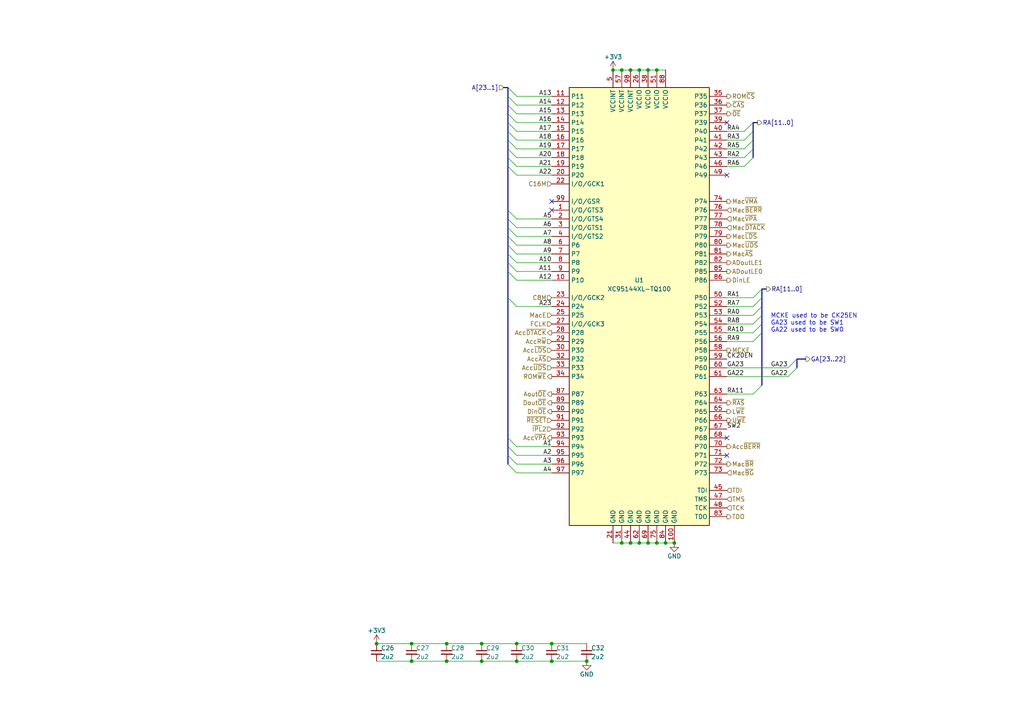
<source format=kicad_sch>
(kicad_sch (version 20230121) (generator eeschema)
  (paper "A4")
  (lib_symbols
    (symbol "CPLD_Xilinx:XC95144XL-TQ100"
      (property "Reference" "U" (at -20.32 64.77 0))
      (property "Value" "XC95144XL-TQ100" (at -20.32 -64.77 0))
      (symbol "XC95144XL-TQ100_1_1"
        (rectangle (start -20.32 63.5) (end 20.32 -63.5) (stroke (width 0.254)) (fill (type background)))
        (pin bidirectional line (at -25.4 27.94 0) (length 5.08) (name "I/O/GTS3") (number "1"))
        (pin bidirectional line (at -25.4 7.62 0) (length 5.08) (name "P10") (number "10"))
        (pin power_in line (at 10.16 -68.58 90) (length 5.08) (name "GND") (number "100"))
        (pin bidirectional line (at -25.4 60.96 0) (length 5.08) (name "P11") (number "11"))
        (pin bidirectional line (at -25.4 58.42 0) (length 5.08) (name "P12") (number "12"))
        (pin bidirectional line (at -25.4 55.88 0) (length 5.08) (name "P13") (number "13"))
        (pin bidirectional line (at -25.4 53.34 0) (length 5.08) (name "P14") (number "14"))
        (pin bidirectional line (at -25.4 50.8 0) (length 5.08) (name "P15") (number "15"))
        (pin bidirectional line (at -25.4 48.26 0) (length 5.08) (name "P16") (number "16"))
        (pin bidirectional line (at -25.4 45.72 0) (length 5.08) (name "P17") (number "17"))
        (pin bidirectional line (at -25.4 43.18 0) (length 5.08) (name "P18") (number "18"))
        (pin bidirectional line (at -25.4 40.64 0) (length 5.08) (name "P19") (number "19"))
        (pin bidirectional line (at -25.4 25.4 0) (length 5.08) (name "I/O/GTS4") (number "2"))
        (pin bidirectional line (at -25.4 38.1 0) (length 5.08) (name "P20") (number "20"))
        (pin power_in line (at -7.62 -68.58 90) (length 5.08) (name "GND") (number "21"))
        (pin bidirectional line (at -25.4 35.56 0) (length 5.08) (name "I/O/GCK1") (number "22"))
        (pin bidirectional line (at -25.4 2.54 0) (length 5.08) (name "I/O/GCK2") (number "23"))
        (pin bidirectional line (at -25.4 0 0) (length 5.08) (name "P24") (number "24"))
        (pin bidirectional line (at -25.4 -2.54 0) (length 5.08) (name "P25") (number "25"))
        (pin power_in line (at 0 68.58 270) (length 5.08) (name "VCCIO") (number "26"))
        (pin bidirectional line (at -25.4 -5.08 0) (length 5.08) (name "I/O/GCK3") (number "27"))
        (pin bidirectional line (at -25.4 -7.62 0) (length 5.08) (name "P28") (number "28"))
        (pin bidirectional line (at -25.4 -10.16 0) (length 5.08) (name "P29") (number "29"))
        (pin bidirectional line (at -25.4 22.86 0) (length 5.08) (name "I/O/GTS1") (number "3"))
        (pin bidirectional line (at -25.4 -12.7 0) (length 5.08) (name "P30") (number "30"))
        (pin power_in line (at -5.08 -68.58 90) (length 5.08) (name "GND") (number "31"))
        (pin bidirectional line (at -25.4 -15.24 0) (length 5.08) (name "P32") (number "32"))
        (pin bidirectional line (at -25.4 -17.78 0) (length 5.08) (name "P33") (number "33"))
        (pin bidirectional line (at -25.4 -20.32 0) (length 5.08) (name "P34") (number "34"))
        (pin bidirectional line (at 25.4 60.96 180) (length 5.08) (name "P35") (number "35"))
        (pin bidirectional line (at 25.4 58.42 180) (length 5.08) (name "P36") (number "36"))
        (pin bidirectional line (at 25.4 55.88 180) (length 5.08) (name "P37") (number "37"))
        (pin power_in line (at 2.54 68.58 270) (length 5.08) (name "VCCIO") (number "38"))
        (pin bidirectional line (at 25.4 53.34 180) (length 5.08) (name "P39") (number "39"))
        (pin bidirectional line (at -25.4 20.32 0) (length 5.08) (name "I/O/GTS2") (number "4"))
        (pin bidirectional line (at 25.4 50.8 180) (length 5.08) (name "P40") (number "40"))
        (pin bidirectional line (at 25.4 48.26 180) (length 5.08) (name "P41") (number "41"))
        (pin bidirectional line (at 25.4 45.72 180) (length 5.08) (name "P42") (number "42"))
        (pin bidirectional line (at 25.4 43.18 180) (length 5.08) (name "P43") (number "43"))
        (pin power_in line (at -2.54 -68.58 90) (length 5.08) (name "GND") (number "44"))
        (pin input line (at 25.4 -53.34 180) (length 5.08) (name "TDI") (number "45"))
        (pin bidirectional line (at 25.4 40.64 180) (length 5.08) (name "P46") (number "46"))
        (pin input line (at 25.4 -55.88 180) (length 5.08) (name "TMS") (number "47"))
        (pin input line (at 25.4 -58.42 180) (length 5.08) (name "TCK") (number "48"))
        (pin bidirectional line (at 25.4 38.1 180) (length 5.08) (name "P49") (number "49"))
        (pin power_in line (at -7.62 68.58 270) (length 5.08) (name "VCCINT") (number "5"))
        (pin bidirectional line (at 25.4 2.54 180) (length 5.08) (name "P50") (number "50"))
        (pin power_in line (at 5.08 68.58 270) (length 5.08) (name "VCCIO") (number "51"))
        (pin bidirectional line (at 25.4 0 180) (length 5.08) (name "P52") (number "52"))
        (pin bidirectional line (at 25.4 -2.54 180) (length 5.08) (name "P53") (number "53"))
        (pin bidirectional line (at 25.4 -5.08 180) (length 5.08) (name "P54") (number "54"))
        (pin bidirectional line (at 25.4 -7.62 180) (length 5.08) (name "P55") (number "55"))
        (pin bidirectional line (at 25.4 -10.16 180) (length 5.08) (name "P56") (number "56"))
        (pin power_in line (at -5.08 68.58 270) (length 5.08) (name "VCCINT") (number "57"))
        (pin bidirectional line (at 25.4 -12.7 180) (length 5.08) (name "P58") (number "58"))
        (pin bidirectional line (at 25.4 -15.24 180) (length 5.08) (name "P59") (number "59"))
        (pin bidirectional line (at -25.4 17.78 0) (length 5.08) (name "P6") (number "6"))
        (pin bidirectional line (at 25.4 -17.78 180) (length 5.08) (name "P60") (number "60"))
        (pin bidirectional line (at 25.4 -20.32 180) (length 5.08) (name "P61") (number "61"))
        (pin power_in line (at 0 -68.58 90) (length 5.08) (name "GND") (number "62"))
        (pin bidirectional line (at 25.4 -25.4 180) (length 5.08) (name "P63") (number "63"))
        (pin bidirectional line (at 25.4 -27.94 180) (length 5.08) (name "P64") (number "64"))
        (pin bidirectional line (at 25.4 -30.48 180) (length 5.08) (name "P65") (number "65"))
        (pin bidirectional line (at 25.4 -33.02 180) (length 5.08) (name "P66") (number "66"))
        (pin bidirectional line (at 25.4 -35.56 180) (length 5.08) (name "P67") (number "67"))
        (pin bidirectional line (at 25.4 -38.1 180) (length 5.08) (name "P68") (number "68"))
        (pin power_in line (at 2.54 -68.58 90) (length 5.08) (name "GND") (number "69"))
        (pin bidirectional line (at -25.4 15.24 0) (length 5.08) (name "P7") (number "7"))
        (pin bidirectional line (at 25.4 -40.64 180) (length 5.08) (name "P70") (number "70"))
        (pin bidirectional line (at 25.4 -43.18 180) (length 5.08) (name "P71") (number "71"))
        (pin bidirectional line (at 25.4 -45.72 180) (length 5.08) (name "P72") (number "72"))
        (pin bidirectional line (at 25.4 -48.26 180) (length 5.08) (name "P73") (number "73"))
        (pin bidirectional line (at 25.4 30.48 180) (length 5.08) (name "P74") (number "74"))
        (pin power_in line (at 5.08 -68.58 90) (length 5.08) (name "GND") (number "75"))
        (pin bidirectional line (at 25.4 27.94 180) (length 5.08) (name "P76") (number "76"))
        (pin bidirectional line (at 25.4 25.4 180) (length 5.08) (name "P77") (number "77"))
        (pin bidirectional line (at 25.4 22.86 180) (length 5.08) (name "P78") (number "78"))
        (pin bidirectional line (at 25.4 20.32 180) (length 5.08) (name "P79") (number "79"))
        (pin bidirectional line (at -25.4 12.7 0) (length 5.08) (name "P8") (number "8"))
        (pin bidirectional line (at 25.4 17.78 180) (length 5.08) (name "P80") (number "80"))
        (pin bidirectional line (at 25.4 15.24 180) (length 5.08) (name "P81") (number "81"))
        (pin bidirectional line (at 25.4 12.7 180) (length 5.08) (name "P82") (number "82"))
        (pin output line (at 25.4 -60.96 180) (length 5.08) (name "TDO") (number "83"))
        (pin power_in line (at 7.62 -68.58 90) (length 5.08) (name "GND") (number "84"))
        (pin bidirectional line (at 25.4 10.16 180) (length 5.08) (name "P85") (number "85"))
        (pin bidirectional line (at 25.4 7.62 180) (length 5.08) (name "P86") (number "86"))
        (pin bidirectional line (at -25.4 -25.4 0) (length 5.08) (name "P87") (number "87"))
        (pin power_in line (at 7.62 68.58 270) (length 5.08) (name "VCCIO") (number "88"))
        (pin bidirectional line (at -25.4 -27.94 0) (length 5.08) (name "P89") (number "89"))
        (pin bidirectional line (at -25.4 10.16 0) (length 5.08) (name "P9") (number "9"))
        (pin bidirectional line (at -25.4 -30.48 0) (length 5.08) (name "P90") (number "90"))
        (pin bidirectional line (at -25.4 -33.02 0) (length 5.08) (name "P91") (number "91"))
        (pin bidirectional line (at -25.4 -35.56 0) (length 5.08) (name "P92") (number "92"))
        (pin bidirectional line (at -25.4 -38.1 0) (length 5.08) (name "P93") (number "93"))
        (pin bidirectional line (at -25.4 -40.64 0) (length 5.08) (name "P94") (number "94"))
        (pin bidirectional line (at -25.4 -43.18 0) (length 5.08) (name "P95") (number "95"))
        (pin bidirectional line (at -25.4 -45.72 0) (length 5.08) (name "P96") (number "96"))
        (pin bidirectional line (at -25.4 -48.26 0) (length 5.08) (name "P97") (number "97"))
        (pin power_in line (at -2.54 68.58 270) (length 5.08) (name "VCCINT") (number "98"))
        (pin bidirectional line (at -25.4 30.48 0) (length 5.08) (name "I/O/GSR") (number "99"))
      )
    )
    (symbol "Device:C_Small" (pin_numbers hide) (pin_names (offset 0.254) hide)
      (property "Reference" "C" (at 0.254 1.778 0))
      (property "Value" "C_Small" (at 0.254 -2.032 0))
      (symbol "C_Small_0_1"
        (polyline (pts (xy -1.524 -0.508) (xy 1.524 -0.508)) (stroke (width 0.3302)))
        (polyline (pts (xy -1.524 0.508) (xy 1.524 0.508)) (stroke (width 0.3048)))
      )
      (symbol "C_Small_1_1"
        (pin passive line (at 0 2.54 270) (length 2.032) (name "~") (number "1"))
        (pin passive line (at 0 -2.54 90) (length 2.032) (name "~") (number "2"))
      )
    )
    (symbol "power:+3V3" (power) (pin_names (offset 0))
      (property "Value" "+3V3" (at 0 3.556 0))
      (symbol "+3V3_0_1"
        (polyline (pts (xy -0.762 1.27) (xy 0 2.54)))
        (polyline (pts (xy 0 0) (xy 0 2.54)))
        (polyline (pts (xy 0 2.54) (xy 0.762 1.27)))
      )
      (symbol "+3V3_1_1"
        (pin power_in line (at 0 0 90) (length 0) hide (name "+3V3") (number "1"))
      )
    )
    (symbol "power:GND" (power) (pin_names (offset 0))
      (property "Value" "GND" (at 0 -3.81 0))
      (symbol "GND_0_1"
        (polyline (pts (xy 0 0) (xy 0 -1.27) (xy 1.27 -1.27) (xy 0 -2.54) (xy -1.27 -1.27) (xy 0 -1.27)))
      )
      (symbol "GND_1_1"
        (pin power_in line (at 0 0 270) (length 0) hide (name "GND") (number "1"))
      )
    )
  )
  (junction (at 119.38 191.77))
  (junction (at 193.04 157.48))
  (junction (at 129.54 191.77))
  (junction (at 180.34 157.48))
  (junction (at 177.8 20.32))
  (junction (at 139.7 191.77))
  (junction (at 139.7 186.69))
  (junction (at 187.96 157.48))
  (junction (at 182.88 157.48))
  (junction (at 119.38 186.69))
  (junction (at 185.42 20.32))
  (junction (at 160.02 186.69))
  (junction (at 182.88 20.32))
  (junction (at 109.22 186.69))
  (junction (at 195.58 157.48))
  (junction (at 187.96 20.32))
  (junction (at 180.34 20.32))
  (junction (at 149.86 191.77))
  (junction (at 190.5 157.48))
  (junction (at 149.86 186.69))
  (junction (at 185.42 157.48))
  (junction (at 170.18 191.77))
  (junction (at 160.02 191.77))
  (junction (at 129.54 186.69))
  (junction (at 190.5 20.32))
  (no_connect (at 210.82 50.8))
  (no_connect (at 210.82 35.56))
  (no_connect (at 160.02 60.96))
  (no_connect (at 160.02 58.42))
  (no_connect (at 210.82 127))
  (no_connect (at 210.82 132.08))
  (bus_entry (at 147.32 63.5) (size 2.54 2.54))
  (bus_entry (at 147.32 129.54) (size 2.54 2.54))
  (bus_entry (at 147.32 71.12) (size 2.54 2.54))
  (bus_entry (at 147.32 27.94) (size 2.54 2.54))
  (bus_entry (at 147.32 35.56) (size 2.54 2.54))
  (bus_entry (at 220.98 93.98) (size -2.54 2.54))
  (bus_entry (at 218.44 43.18) (size -2.54 2.54))
  (bus_entry (at 147.32 25.4) (size 2.54 2.54))
  (bus_entry (at 147.32 30.48) (size 2.54 2.54))
  (bus_entry (at 147.32 45.72) (size 2.54 2.54))
  (bus_entry (at 220.98 96.52) (size -2.54 2.54))
  (bus_entry (at 147.32 48.26) (size 2.54 2.54))
  (bus_entry (at 218.44 45.72) (size -2.54 2.54))
  (bus_entry (at 220.98 88.9) (size -2.54 2.54))
  (bus_entry (at 147.32 73.66) (size 2.54 2.54))
  (bus_entry (at 220.98 83.82) (size -2.54 2.54))
  (bus_entry (at 218.44 38.1) (size -2.54 2.54))
  (bus_entry (at 218.44 35.56) (size -2.54 2.54))
  (bus_entry (at 147.32 86.36) (size 2.54 2.54))
  (bus_entry (at 147.32 127) (size 2.54 2.54))
  (bus_entry (at 147.32 78.74) (size 2.54 2.54))
  (bus_entry (at 147.32 76.2) (size 2.54 2.54))
  (bus_entry (at 147.32 68.58) (size 2.54 2.54))
  (bus_entry (at 147.32 33.02) (size 2.54 2.54))
  (bus_entry (at 147.32 40.64) (size 2.54 2.54))
  (bus_entry (at 218.44 40.64) (size -2.54 2.54))
  (bus_entry (at 147.32 132.08) (size 2.54 2.54))
  (bus_entry (at 147.32 38.1) (size 2.54 2.54))
  (bus_entry (at 220.98 91.44) (size -2.54 2.54))
  (bus_entry (at 231.14 106.68) (size -2.54 2.54))
  (bus_entry (at 147.32 134.62) (size 2.54 2.54))
  (bus_entry (at 147.32 60.96) (size 2.54 2.54))
  (bus_entry (at 220.98 111.76) (size -2.54 2.54))
  (bus_entry (at 220.98 86.36) (size -2.54 2.54))
  (bus_entry (at 231.14 104.14) (size -2.54 2.54))
  (bus_entry (at 147.32 66.04) (size 2.54 2.54))
  (bus_entry (at 147.32 43.18) (size 2.54 2.54))
  (wire (pts (xy 210.82 93.98) (xy 218.44 93.98)))
  (wire (pts (xy 210.82 43.18) (xy 215.9 43.18)))
  (wire (pts (xy 182.88 20.32) (xy 185.42 20.32)))
  (bus (pts (xy 147.32 127) (xy 147.32 129.54)))
  (bus (pts (xy 147.32 27.94) (xy 147.32 30.48)))
  (bus (pts (xy 147.32 38.1) (xy 147.32 40.64)))
  (wire (pts (xy 160.02 33.02) (xy 149.86 33.02)))
  (wire (pts (xy 160.02 35.56) (xy 149.86 35.56)))
  (wire (pts (xy 185.42 20.32) (xy 187.96 20.32)))
  (wire (pts (xy 160.02 45.72) (xy 149.86 45.72)))
  (bus (pts (xy 147.32 73.66) (xy 147.32 76.2)))
  (wire (pts (xy 109.22 186.69) (xy 119.38 186.69)))
  (bus (pts (xy 220.98 96.52) (xy 220.98 111.76)))
  (wire (pts (xy 160.02 50.8) (xy 149.86 50.8)))
  (wire (pts (xy 160.02 81.28) (xy 149.86 81.28)))
  (wire (pts (xy 160.02 76.2) (xy 149.86 76.2)))
  (wire (pts (xy 119.38 186.69) (xy 129.54 186.69)))
  (bus (pts (xy 147.32 48.26) (xy 147.32 60.96)))
  (bus (pts (xy 147.32 25.4) (xy 146.05 25.4)))
  (wire (pts (xy 210.82 106.68) (xy 228.6 106.68)))
  (bus (pts (xy 147.32 71.12) (xy 147.32 73.66)))
  (wire (pts (xy 160.02 30.48) (xy 149.86 30.48)))
  (wire (pts (xy 160.02 48.26) (xy 149.86 48.26)))
  (bus (pts (xy 220.98 83.82) (xy 220.98 86.36)))
  (wire (pts (xy 160.02 186.69) (xy 170.18 186.69)))
  (bus (pts (xy 147.32 45.72) (xy 147.32 48.26)))
  (bus (pts (xy 147.32 40.64) (xy 147.32 43.18)))
  (wire (pts (xy 160.02 78.74) (xy 149.86 78.74)))
  (wire (pts (xy 210.82 38.1) (xy 215.9 38.1)))
  (bus (pts (xy 218.44 35.56) (xy 218.44 38.1)))
  (wire (pts (xy 149.86 137.16) (xy 160.02 137.16)))
  (bus (pts (xy 218.44 40.64) (xy 218.44 43.18)))
  (bus (pts (xy 231.14 104.14) (xy 233.68 104.14)))
  (bus (pts (xy 147.32 25.4) (xy 147.32 27.94)))
  (wire (pts (xy 139.7 191.77) (xy 149.86 191.77)))
  (bus (pts (xy 220.98 86.36) (xy 220.98 88.9)))
  (wire (pts (xy 160.02 38.1) (xy 149.86 38.1)))
  (wire (pts (xy 218.44 96.52) (xy 210.82 96.52)))
  (bus (pts (xy 147.32 43.18) (xy 147.32 45.72)))
  (bus (pts (xy 147.32 33.02) (xy 147.32 35.56)))
  (bus (pts (xy 218.44 38.1) (xy 218.44 40.64)))
  (wire (pts (xy 160.02 40.64) (xy 149.86 40.64)))
  (wire (pts (xy 187.96 157.48) (xy 185.42 157.48)))
  (wire (pts (xy 210.82 109.22) (xy 228.6 109.22)))
  (bus (pts (xy 147.32 60.96) (xy 147.32 63.5)))
  (wire (pts (xy 160.02 66.04) (xy 149.86 66.04)))
  (wire (pts (xy 210.82 88.9) (xy 218.44 88.9)))
  (wire (pts (xy 210.82 99.06) (xy 218.44 99.06)))
  (wire (pts (xy 129.54 186.69) (xy 139.7 186.69)))
  (wire (pts (xy 210.82 45.72) (xy 215.9 45.72)))
  (wire (pts (xy 160.02 191.77) (xy 170.18 191.77)))
  (wire (pts (xy 160.02 68.58) (xy 149.86 68.58)))
  (wire (pts (xy 139.7 186.69) (xy 149.86 186.69)))
  (wire (pts (xy 210.82 40.64) (xy 215.9 40.64)))
  (bus (pts (xy 147.32 63.5) (xy 147.32 66.04)))
  (bus (pts (xy 147.32 68.58) (xy 147.32 71.12)))
  (wire (pts (xy 149.86 186.69) (xy 160.02 186.69)))
  (wire (pts (xy 210.82 48.26) (xy 215.9 48.26)))
  (wire (pts (xy 149.86 191.77) (xy 160.02 191.77)))
  (bus (pts (xy 147.32 132.08) (xy 147.32 134.62)))
  (bus (pts (xy 147.32 78.74) (xy 147.32 86.36)))
  (bus (pts (xy 147.32 35.56) (xy 147.32 38.1)))
  (wire (pts (xy 185.42 157.48) (xy 182.88 157.48)))
  (wire (pts (xy 193.04 157.48) (xy 190.5 157.48)))
  (wire (pts (xy 160.02 43.18) (xy 149.86 43.18)))
  (wire (pts (xy 149.86 129.54) (xy 160.02 129.54)))
  (wire (pts (xy 119.38 191.77) (xy 129.54 191.77)))
  (wire (pts (xy 160.02 71.12) (xy 149.86 71.12)))
  (wire (pts (xy 109.22 191.77) (xy 119.38 191.77)))
  (wire (pts (xy 210.82 86.36) (xy 218.44 86.36)))
  (bus (pts (xy 218.44 43.18) (xy 218.44 45.72)))
  (bus (pts (xy 220.98 88.9) (xy 220.98 91.44)))
  (bus (pts (xy 147.32 129.54) (xy 147.32 132.08)))
  (bus (pts (xy 147.32 86.36) (xy 147.32 127)))
  (bus (pts (xy 231.14 106.68) (xy 231.14 104.14)))
  (wire (pts (xy 160.02 63.5) (xy 149.86 63.5)))
  (wire (pts (xy 149.86 132.08) (xy 160.02 132.08)))
  (wire (pts (xy 149.86 134.62) (xy 160.02 134.62)))
  (wire (pts (xy 218.44 91.44) (xy 210.82 91.44)))
  (wire (pts (xy 160.02 27.94) (xy 149.86 27.94)))
  (wire (pts (xy 182.88 157.48) (xy 180.34 157.48)))
  (wire (pts (xy 190.5 157.48) (xy 187.96 157.48)))
  (bus (pts (xy 147.32 76.2) (xy 147.32 78.74)))
  (bus (pts (xy 147.32 30.48) (xy 147.32 33.02)))
  (wire (pts (xy 210.82 114.3) (xy 218.44 114.3)))
  (bus (pts (xy 218.44 35.56) (xy 219.71 35.56)))
  (bus (pts (xy 220.98 91.44) (xy 220.98 93.98)))
  (wire (pts (xy 187.96 20.32) (xy 190.5 20.32)))
  (wire (pts (xy 160.02 88.9) (xy 149.86 88.9)))
  (wire (pts (xy 190.5 20.32) (xy 193.04 20.32)))
  (wire (pts (xy 177.8 20.32) (xy 180.34 20.32)))
  (wire (pts (xy 180.34 157.48) (xy 177.8 157.48)))
  (wire (pts (xy 195.58 157.48) (xy 193.04 157.48)))
  (wire (pts (xy 129.54 191.77) (xy 139.7 191.77)))
  (wire (pts (xy 160.02 73.66) (xy 149.86 73.66)))
  (bus (pts (xy 220.98 83.82) (xy 222.25 83.82)))
  (bus (pts (xy 220.98 93.98) (xy 220.98 96.52)))
  (bus (pts (xy 147.32 66.04) (xy 147.32 68.58)))
  (wire (pts (xy 180.34 20.32) (xy 182.88 20.32)))
  (text "MCKE used to be CK25EN\nGA23 used to be SW1\nGA22 used to be SW0" (at 223.52 96.52 0) (effects (font (size 1.27 1.27)) (justify left bottom)))
  (label "RA11" (at 210.82 114.3 0))
  (label "A8" (at 160.02 71.12 180))
  (label "A23" (at 160.02 88.9 180))
  (label "A5" (at 160.02 63.5 180))
  (label "SW2" (at 210.82 124.46 0))
  (label "RA2" (at 210.82 45.72 0))
  (label "A15" (at 160.02 33.02 180))
  (label "RA10" (at 210.82 96.52 0))
  (label "RA1" (at 210.82 86.36 0))
  (label "A17" (at 160.02 38.1 180))
  (label "RA4" (at 210.82 38.1 0))
  (label "A16" (at 160.02 35.56 180))
  (label "GA22" (at 223.52 109.22 0))
  (label "A7" (at 160.02 68.58 180))
  (label "A10" (at 160.02 76.2 180))
  (label "A9" (at 160.02 73.66 180))
  (label "A21" (at 160.02 48.26 180))
  (label "RA3" (at 210.82 40.64 0))
  (label "A20" (at 160.02 45.72 180))
  (label "A3" (at 160.02 134.62 180))
  (label "A13" (at 160.02 27.94 180))
  (label "GA22" (at 210.82 109.22 0))
  (label "A22" (at 160.02 50.8 180))
  (label "RA6" (at 210.82 48.26 0))
  (label "A14" (at 160.02 30.48 180))
  (label "RA7" (at 210.82 88.9 0))
  (label "A11" (at 160.02 78.74 180))
  (label "A18" (at 160.02 40.64 180))
  (label "A6" (at 160.02 66.04 180))
  (label "RA0" (at 210.82 91.44 0))
  (label "CK20EN" (at 210.82 104.14 0))
  (label "RA8" (at 210.82 93.98 0))
  (label "RA9" (at 210.82 99.06 0))
  (label "A1" (at 160.02 129.54 180))
  (label "A4" (at 160.02 137.16 180))
  (label "A2" (at 160.02 132.08 180))
  (label "A12" (at 160.02 81.28 180))
  (label "A19" (at 160.02 43.18 180))
  (label "GA23" (at 210.82 106.68 0))
  (label "RA5" (at 210.82 43.18 0))
  (label "GA23" (at 223.52 106.68 0))
  (hierarchical_label "A[23..1]" (shape input) (at 146.05 25.4 180))
  (hierarchical_label "Dout~{OE}" (shape output) (at 160.02 116.84 180))
  (hierarchical_label "AccR~{W}" (shape input) (at 160.02 99.06 180))
  (hierarchical_label "TCK" (shape input) (at 210.82 147.32 0))
  (hierarchical_label "ROM~{WE}" (shape output) (at 160.02 109.22 180))
  (hierarchical_label "~{RAS}" (shape output) (at 210.82 116.84 0))
  (hierarchical_label "Mac~{BG}" (shape input) (at 210.82 137.16 0))
  (hierarchical_label "Acc~{UDS}" (shape input) (at 160.02 106.68 180))
  (hierarchical_label "Din~{OE}" (shape output) (at 160.02 119.38 180))
  (hierarchical_label "L~{WE}" (shape output) (at 210.82 119.38 0))
  (hierarchical_label "TDO" (shape output) (at 210.82 149.86 0))
  (hierarchical_label "Mac~{DTACK}" (shape input) (at 210.82 66.04 0))
  (hierarchical_label "TDI" (shape input) (at 210.82 142.24 0))
  (hierarchical_label "Mac~{VMA}" (shape output) (at 210.82 58.42 0))
  (hierarchical_label "~{OE}" (shape output) (at 210.82 33.02 0))
  (hierarchical_label "ADoutLE1" (shape output) (at 210.82 76.2 0))
  (hierarchical_label "Mac~{UDS}" (shape output) (at 210.82 71.12 0))
  (hierarchical_label "ADoutLE0" (shape output) (at 210.82 78.74 0))
  (hierarchical_label "Acc~{AS}" (shape input) (at 160.02 104.14 180))
  (hierarchical_label "Acc~{VPA}" (shape output) (at 160.02 127 180))
  (hierarchical_label "DinLE" (shape output) (at 210.82 81.28 0))
  (hierarchical_label "C8M" (shape input) (at 160.02 86.36 180))
  (hierarchical_label "MCKE" (shape output) (at 210.82 101.6 0))
  (hierarchical_label "ROM~{CS}" (shape output) (at 210.82 27.94 0))
  (hierarchical_label "TMS" (shape input) (at 210.82 144.78 0))
  (hierarchical_label "~{IPL}2" (shape input) (at 160.02 124.46 180))
  (hierarchical_label "GA[23..22]" (shape output) (at 233.68 104.14 0))
  (hierarchical_label "Mac~{BERR}" (shape input) (at 210.82 60.96 0))
  (hierarchical_label "Acc~{LDS}" (shape input) (at 160.02 101.6 180))
  (hierarchical_label "Acc~{DTACK}" (shape output) (at 160.02 96.52 180))
  (hierarchical_label "C16M" (shape input) (at 160.02 53.34 180))
  (hierarchical_label "FCLK" (shape input) (at 160.02 93.98 180))
  (hierarchical_label "Mac~{VPA}" (shape input) (at 210.82 63.5 0))
  (hierarchical_label "MacE" (shape input) (at 160.02 91.44 180))
  (hierarchical_label "Mac~{BR}" (shape output) (at 210.82 134.62 0))
  (hierarchical_label "Mac~{AS}" (shape output) (at 210.82 73.66 0))
  (hierarchical_label "~{CAS}" (shape output) (at 210.82 30.48 0))
  (hierarchical_label "Aout~{OE}" (shape output) (at 160.02 114.3 180))
  (hierarchical_label "RA[11..0]" (shape output) (at 219.71 35.56 0))
  (hierarchical_label "Acc~{BERR}" (shape output) (at 210.82 129.54 0))
  (hierarchical_label "~{RESET}" (shape input) (at 160.02 121.92 180))
  (hierarchical_label "U~{WE}" (shape output) (at 210.82 121.92 0))
  (hierarchical_label "RA[11..0]" (shape output) (at 222.25 83.82 0))
  (hierarchical_label "Mac~{LDS}" (shape output) (at 210.82 68.58 0))
  (symbol (lib_id "Device:C_Small") (at 119.38 189.23 0) (unit 1)
    (property "Reference" "C27" (at 120.65 187.96 0) (effects (justify left)))
    (property "Value" "2u2" (at 120.65 190.5 0) (effects (justify left)))
    (property "Footprint" "stdpads:C_0603" (effects hide))
    (property "LCSC Part" "C23630" (effects hide))
  )
  (symbol (lib_id "Device:C_Small") (at 129.54 189.23 0) (unit 1)
    (property "Reference" "C28" (at 130.81 187.96 0) (effects (justify left)))
    (property "Value" "2u2" (at 130.81 190.5 0) (effects (justify left)))
    (property "Footprint" "stdpads:C_0603" (effects hide))
    (property "LCSC Part" "C23630" (effects hide))
  )
  (symbol (lib_id "Device:C_Small") (at 139.7 189.23 0) (unit 1)
    (property "Reference" "C29" (at 140.97 187.96 0) (effects (justify left)))
    (property "Value" "2u2" (at 140.97 190.5 0) (effects (justify left)))
    (property "Footprint" "stdpads:C_0603" (effects hide))
    (property "LCSC Part" "C23630" (effects hide))
  )
  (symbol (lib_id "power:+3V3") (at 109.22 186.69 0) (unit 1)
    (property "Reference" "#PWR0158" (effects hide))
    (property "Value" "+3V3" (at 109.22 182.88 0))
  )
  (symbol (lib_id "Device:C_Small") (at 109.22 189.23 0) (unit 1)
    (property "Reference" "C26" (at 110.49 187.96 0) (effects (justify left)))
    (property "Value" "2u2" (at 110.49 190.5 0) (effects (justify left)))
    (property "Footprint" "stdpads:C_0603" (effects hide))
    (property "LCSC Part" "C23630" (effects hide))
  )
  (symbol (lib_id "Device:C_Small") (at 160.02 189.23 0) (unit 1)
    (property "Reference" "C31" (at 161.29 187.96 0) (effects (justify left)))
    (property "Value" "2u2" (at 161.29 190.5 0) (effects (justify left)))
    (property "Footprint" "stdpads:C_0603" (effects hide))
    (property "LCSC Part" "C23630" (effects hide))
  )
  (symbol (lib_id "Device:C_Small") (at 149.86 189.23 0) (unit 1)
    (property "Reference" "C30" (at 151.13 187.96 0) (effects (justify left)))
    (property "Value" "2u2" (at 151.13 190.5 0) (effects (justify left)))
    (property "Footprint" "stdpads:C_0603" (effects hide))
    (property "LCSC Part" "C23630" (effects hide))
  )
  (symbol (lib_id "power:GND") (at 170.18 191.77 0) (mirror y) (unit 1)
    (property "Reference" "#PWR0159" (effects hide))
    (property "Value" "GND" (at 170.18 195.58 0))
  )
  (symbol (lib_id "Device:C_Small") (at 170.18 189.23 0) (unit 1)
    (property "Reference" "C32" (at 171.45 187.96 0) (effects (justify left)))
    (property "Value" "2u2" (at 171.45 190.5 0) (effects (justify left)))
    (property "Footprint" "stdpads:C_0603" (effects hide))
    (property "LCSC Part" "C23630" (effects hide))
  )
  (symbol (lib_id "power:+3V3") (at 177.8 20.32 0) (unit 1)
    (property "Reference" "#PWR0160" (effects hide))
    (property "Value" "+3V3" (at 177.8 16.51 0))
  )
  (symbol (lib_id "power:GND") (at 195.58 157.48 0) (unit 1)
    (property "Reference" "#PWR0161" (effects hide))
    (property "Value" "GND" (at 195.58 161.29 0))
  )
  (symbol (lib_id "CPLD_Xilinx:XC95144XL-TQ100") (at 185.42 88.9 0) (unit 1)
    (property "Reference" "U1" (at 185.42 81.28 0))
    (property "Value" "XC95144XL-TQ100" (at 185.42 83.82 0))
    (property "Footprint" "stdpads:TQFP-100_14x14mm_P0.5mm" (effects hide))
    (property "Datasheet" "https://www.xilinx.com/support/documentation/data_sheets/ds056.pdf" (effects hide))
    (property "LCSC Part" "C45126" (effects hide))
  )
)
</source>
